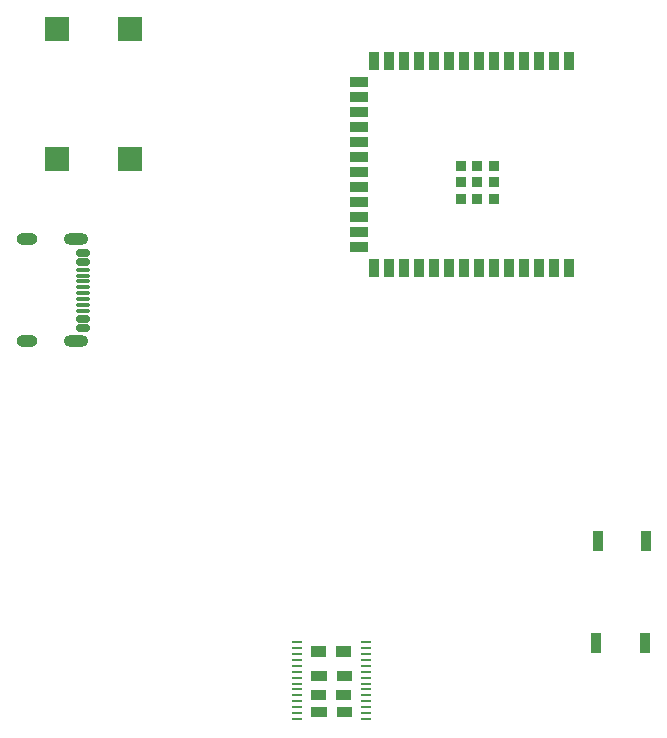
<source format=gbr>
%TF.GenerationSoftware,KiCad,Pcbnew,8.0.1*%
%TF.CreationDate,2024-07-15T09:21:23+08:00*%
%TF.ProjectId,bitaxeUltra,62697461-7865-4556-9c74-72612e6b6963,rev?*%
%TF.SameCoordinates,Original*%
%TF.FileFunction,Paste,Bot*%
%TF.FilePolarity,Positive*%
%FSLAX46Y46*%
G04 Gerber Fmt 4.6, Leading zero omitted, Abs format (unit mm)*
G04 Created by KiCad (PCBNEW 8.0.1) date 2024-07-15 09:21:23*
%MOMM*%
%LPD*%
G01*
G04 APERTURE LIST*
G04 Aperture macros list*
%AMRoundRect*
0 Rectangle with rounded corners*
0 $1 Rounding radius*
0 $2 $3 $4 $5 $6 $7 $8 $9 X,Y pos of 4 corners*
0 Add a 4 corners polygon primitive as box body*
4,1,4,$2,$3,$4,$5,$6,$7,$8,$9,$2,$3,0*
0 Add four circle primitives for the rounded corners*
1,1,$1+$1,$2,$3*
1,1,$1+$1,$4,$5*
1,1,$1+$1,$6,$7*
1,1,$1+$1,$8,$9*
0 Add four rect primitives between the rounded corners*
20,1,$1+$1,$2,$3,$4,$5,0*
20,1,$1+$1,$4,$5,$6,$7,0*
20,1,$1+$1,$6,$7,$8,$9,0*
20,1,$1+$1,$8,$9,$2,$3,0*%
G04 Aperture macros list end*
%ADD10C,0.001000*%
%ADD11RoundRect,0.055250X0.340750X0.055250X-0.340750X0.055250X-0.340750X-0.055250X0.340750X-0.055250X0*%
%ADD12RoundRect,0.150000X0.425000X-0.150000X0.425000X0.150000X-0.425000X0.150000X-0.425000X-0.150000X0*%
%ADD13RoundRect,0.075000X0.500000X-0.075000X0.500000X0.075000X-0.500000X0.075000X-0.500000X-0.075000X0*%
%ADD14O,1.800000X1.000000*%
%ADD15O,2.100000X1.000000*%
%ADD16R,0.900000X1.500000*%
%ADD17R,1.500000X0.900000*%
%ADD18R,0.900000X0.900000*%
%ADD19R,2.000000X2.000000*%
%ADD20R,0.900000X1.800000*%
G04 APERTURE END LIST*
%TO.C,U12*%
D10*
X103859030Y-114180000D02*
X105059030Y-114180000D01*
X105059030Y-113390000D01*
X103859030Y-113390000D01*
X103859030Y-114180000D01*
G36*
X103859030Y-114180000D02*
G01*
X105059030Y-114180000D01*
X105059030Y-113390000D01*
X103859030Y-113390000D01*
X103859030Y-114180000D01*
G37*
X103889030Y-117850000D02*
X105089030Y-117850000D01*
X105089030Y-117060000D01*
X103889030Y-117060000D01*
X103889030Y-117850000D01*
G36*
X103889030Y-117850000D02*
G01*
X105089030Y-117850000D01*
X105089030Y-117060000D01*
X103889030Y-117060000D01*
X103889030Y-117850000D01*
G37*
X103909030Y-116260000D02*
X105109030Y-116260000D01*
X105109030Y-115470000D01*
X103909030Y-115470000D01*
X103909030Y-116260000D01*
G36*
X103909030Y-116260000D02*
G01*
X105109030Y-116260000D01*
X105109030Y-115470000D01*
X103909030Y-115470000D01*
X103909030Y-116260000D01*
G37*
X103909030Y-119290000D02*
X105109030Y-119290000D01*
X105109030Y-118500000D01*
X103909030Y-118500000D01*
X103909030Y-119290000D01*
G36*
X103909030Y-119290000D02*
G01*
X105109030Y-119290000D01*
X105109030Y-118500000D01*
X103909030Y-118500000D01*
X103909030Y-119290000D01*
G37*
X105989030Y-114185000D02*
X107189030Y-114185000D01*
X107189030Y-113395000D01*
X105989030Y-113395000D01*
X105989030Y-114185000D01*
G36*
X105989030Y-114185000D02*
G01*
X107189030Y-114185000D01*
X107189030Y-113395000D01*
X105989030Y-113395000D01*
X105989030Y-114185000D01*
G37*
X106019030Y-117855000D02*
X107219030Y-117855000D01*
X107219030Y-117065000D01*
X106019030Y-117065000D01*
X106019030Y-117855000D01*
G36*
X106019030Y-117855000D02*
G01*
X107219030Y-117855000D01*
X107219030Y-117065000D01*
X106019030Y-117065000D01*
X106019030Y-117855000D01*
G37*
X106039030Y-116265000D02*
X107239030Y-116265000D01*
X107239030Y-115475000D01*
X106039030Y-115475000D01*
X106039030Y-116265000D01*
G36*
X106039030Y-116265000D02*
G01*
X107239030Y-116265000D01*
X107239030Y-115475000D01*
X106039030Y-115475000D01*
X106039030Y-116265000D01*
G37*
X106039030Y-119295000D02*
X107239030Y-119295000D01*
X107239030Y-118505000D01*
X106039030Y-118505000D01*
X106039030Y-119295000D01*
G36*
X106039030Y-119295000D02*
G01*
X107239030Y-119295000D01*
X107239030Y-118505000D01*
X106039030Y-118505000D01*
X106039030Y-119295000D01*
G37*
%TD*%
D11*
%TO.C,U12*%
X108525030Y-113037000D03*
X108525030Y-113539000D03*
X108525030Y-114041000D03*
X108525030Y-114543000D03*
X108525030Y-115045000D03*
X108525030Y-115547000D03*
X108525030Y-116049000D03*
X108525030Y-116551000D03*
X108525030Y-117053000D03*
X108525030Y-117555000D03*
X108525030Y-118057000D03*
X108525030Y-118559000D03*
X108525030Y-119061000D03*
X108525030Y-119563000D03*
X102693030Y-119563000D03*
X102693030Y-119061000D03*
X102693030Y-118559000D03*
X102693030Y-118057000D03*
X102693030Y-117555000D03*
X102693030Y-117053000D03*
X102693030Y-116551000D03*
X102693030Y-116049000D03*
X102693030Y-115547000D03*
X102693030Y-115045000D03*
X102693030Y-114543000D03*
X102693030Y-114041000D03*
X102693030Y-113539000D03*
X102693030Y-113037000D03*
%TD*%
D12*
%TO.C,J5*%
X84545000Y-86460000D03*
X84545000Y-85660000D03*
D13*
X84545000Y-84510000D03*
X84545000Y-83510000D03*
X84545000Y-83010000D03*
X84545000Y-82010000D03*
D12*
X84545000Y-80060000D03*
X84545000Y-80860000D03*
D13*
X84545000Y-81510000D03*
X84545000Y-82510000D03*
X84545000Y-84010000D03*
X84545000Y-85010000D03*
D14*
X79790000Y-87580000D03*
D15*
X83970000Y-87580000D03*
D14*
X79790000Y-78940000D03*
D15*
X83970000Y-78940000D03*
%TD*%
D16*
%TO.C,U4*%
X125690000Y-81360000D03*
X124420000Y-81360000D03*
X123150000Y-81360000D03*
X121880000Y-81360000D03*
X120610000Y-81360000D03*
X119340000Y-81360000D03*
X118070000Y-81360000D03*
X116800000Y-81360000D03*
X115530000Y-81360000D03*
X114260000Y-81360000D03*
X112990000Y-81360000D03*
X111720000Y-81360000D03*
X110450000Y-81360000D03*
X109180000Y-81360000D03*
D17*
X107930000Y-79595000D03*
X107930000Y-78325000D03*
X107930000Y-77055000D03*
X107930000Y-75785000D03*
X107930000Y-74515000D03*
X107930000Y-73245000D03*
X107930000Y-71975000D03*
X107930000Y-70705000D03*
X107930000Y-69435000D03*
X107930000Y-68165000D03*
X107930000Y-66895000D03*
X107930000Y-65625000D03*
D16*
X109180000Y-63860000D03*
X110450000Y-63860000D03*
X111720000Y-63860000D03*
X112990000Y-63860000D03*
X114260000Y-63860000D03*
X115530000Y-63860000D03*
X116800000Y-63860000D03*
X118070000Y-63860000D03*
X119340000Y-63860000D03*
X120610000Y-63860000D03*
X121880000Y-63860000D03*
X123150000Y-63860000D03*
X124420000Y-63860000D03*
X125690000Y-63860000D03*
D18*
X116570000Y-75510000D03*
X117970000Y-75510000D03*
X119370000Y-75510000D03*
X116570000Y-74110000D03*
X117970000Y-74110000D03*
X119370000Y-74110000D03*
X116570000Y-72710000D03*
X117970000Y-72710000D03*
X119370000Y-72710000D03*
%TD*%
D19*
%TO.C,J1*%
X82330000Y-72120000D03*
X88530000Y-72120000D03*
X82330000Y-61120000D03*
X88530000Y-61120000D03*
%TD*%
D20*
%TO.C,SW1*%
X132246000Y-104448000D03*
X128136000Y-104448000D03*
%TD*%
%TO.C,SW2*%
X132142000Y-113155000D03*
X128032000Y-113155000D03*
%TD*%
M02*

</source>
